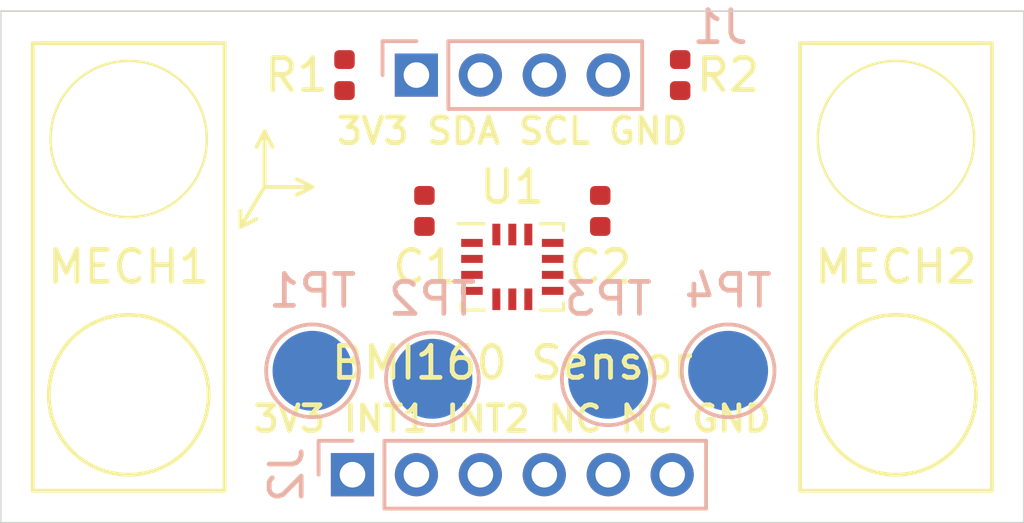
<source format=kicad_pcb>
(kicad_pcb (version 20171130) (host pcbnew 5.1.5+dfsg1-2build2)

  (general
    (thickness 1.6)
    (drawings 18)
    (tracks 0)
    (zones 0)
    (modules 13)
    (nets 28)
  )

  (page A4)
  (layers
    (0 F.Cu signal)
    (31 B.Cu signal)
    (32 B.Adhes user)
    (33 F.Adhes user)
    (34 B.Paste user)
    (35 F.Paste user)
    (36 B.SilkS user)
    (37 F.SilkS user)
    (38 B.Mask user)
    (39 F.Mask user)
    (40 Dwgs.User user)
    (41 Cmts.User user)
    (42 Eco1.User user)
    (43 Eco2.User user)
    (44 Edge.Cuts user)
    (45 Margin user)
    (46 B.CrtYd user)
    (47 F.CrtYd user)
    (48 B.Fab user hide)
    (49 F.Fab user hide)
  )

  (setup
    (last_trace_width 0.25)
    (trace_clearance 0.2)
    (zone_clearance 0.508)
    (zone_45_only no)
    (trace_min 0.2)
    (via_size 0.8)
    (via_drill 0.4)
    (via_min_size 0.4)
    (via_min_drill 0.3)
    (uvia_size 0.3)
    (uvia_drill 0.1)
    (uvias_allowed no)
    (uvia_min_size 0.2)
    (uvia_min_drill 0.1)
    (edge_width 0.05)
    (segment_width 0.2)
    (pcb_text_width 0.3)
    (pcb_text_size 1.5 1.5)
    (mod_edge_width 0.12)
    (mod_text_size 1 1)
    (mod_text_width 0.15)
    (pad_size 1.524 1.524)
    (pad_drill 0.762)
    (pad_to_mask_clearance 0.051)
    (solder_mask_min_width 0.25)
    (aux_axis_origin 0 0)
    (visible_elements FFFFFF7F)
    (pcbplotparams
      (layerselection 0x010fc_ffffffff)
      (usegerberextensions false)
      (usegerberattributes false)
      (usegerberadvancedattributes false)
      (creategerberjobfile false)
      (excludeedgelayer true)
      (linewidth 0.100000)
      (plotframeref false)
      (viasonmask false)
      (mode 1)
      (useauxorigin false)
      (hpglpennumber 1)
      (hpglpenspeed 20)
      (hpglpendiameter 15.000000)
      (psnegative false)
      (psa4output false)
      (plotreference true)
      (plotvalue true)
      (plotinvisibletext false)
      (padsonsilk false)
      (subtractmaskfromsilk false)
      (outputformat 1)
      (mirror false)
      (drillshape 1)
      (scaleselection 1)
      (outputdirectory ""))
  )

  (net 0 "")
  (net 1 GND)
  (net 2 SCL)
  (net 3 SDA)
  (net 4 +3V3)
  (net 5 "Net-(U1-Pad11)")
  (net 6 "Net-(U1-Pad10)")
  (net 7 "Net-(U1-Pad9)")
  (net 8 "Net-(U1-Pad8)")
  (net 9 "Net-(U1-Pad4)")
  (net 10 "Net-(U1-Pad3)")
  (net 11 "Net-(U1-Pad2)")
  (net 12 "Net-(U1-Pad1)")
  (net 13 "Net-(U1-Pad7)")
  (net 14 "Net-(U1-Pad6)")
  (net 15 "Net-(U1-Pad5)")
  (net 16 "Net-(U1-Pad12)")
  (net 17 "Net-(U1-Pad14)")
  (net 18 "Net-(U1-Pad13)")
  (net 19 "Net-(C1-Pad2)")
  (net 20 "Net-(C1-Pad1)")
  (net 21 "Net-(C2-Pad2)")
  (net 22 "Net-(C2-Pad1)")
  (net 23 "Net-(R1-Pad1)")
  (net 24 "Net-(J2-Pad5)")
  (net 25 "Net-(J2-Pad4)")
  (net 26 INT2)
  (net 27 INT1)

  (net_class Default "This is the default net class."
    (clearance 0.2)
    (trace_width 0.25)
    (via_dia 0.8)
    (via_drill 0.4)
    (uvia_dia 0.3)
    (uvia_drill 0.1)
    (add_net +3V3)
    (add_net GND)
    (add_net INT1)
    (add_net INT2)
    (add_net "Net-(C1-Pad1)")
    (add_net "Net-(C1-Pad2)")
    (add_net "Net-(C2-Pad1)")
    (add_net "Net-(C2-Pad2)")
    (add_net "Net-(J2-Pad4)")
    (add_net "Net-(J2-Pad5)")
    (add_net "Net-(R1-Pad1)")
    (add_net "Net-(U1-Pad1)")
    (add_net "Net-(U1-Pad10)")
    (add_net "Net-(U1-Pad11)")
    (add_net "Net-(U1-Pad12)")
    (add_net "Net-(U1-Pad13)")
    (add_net "Net-(U1-Pad14)")
    (add_net "Net-(U1-Pad2)")
    (add_net "Net-(U1-Pad3)")
    (add_net "Net-(U1-Pad4)")
    (add_net "Net-(U1-Pad5)")
    (add_net "Net-(U1-Pad6)")
    (add_net "Net-(U1-Pad7)")
    (add_net "Net-(U1-Pad8)")
    (add_net "Net-(U1-Pad9)")
    (add_net SCL)
    (add_net SDA)
  )

  (module Connector_PinHeader_2.00mm:PinHeader_1x06_P2.00mm_Vertical (layer B.Cu) (tedit 59FED667) (tstamp 5F8208F8)
    (at 127 112.5 270)
    (descr "Through hole straight pin header, 1x06, 2.00mm pitch, single row")
    (tags "Through hole pin header THT 1x06 2.00mm single row")
    (path /5F82BB77)
    (fp_text reference J2 (at 0 2.06 270) (layer B.SilkS)
      (effects (font (size 1 1) (thickness 0.15)) (justify mirror))
    )
    (fp_text value Conn_01x06_Male (at 0 -12.06 270) (layer B.Fab)
      (effects (font (size 1 1) (thickness 0.15)) (justify mirror))
    )
    (fp_text user %R (at 0 -5) (layer B.Fab)
      (effects (font (size 1 1) (thickness 0.15)) (justify mirror))
    )
    (fp_line (start 1.5 1.5) (end -1.5 1.5) (layer B.CrtYd) (width 0.05))
    (fp_line (start 1.5 -11.5) (end 1.5 1.5) (layer B.CrtYd) (width 0.05))
    (fp_line (start -1.5 -11.5) (end 1.5 -11.5) (layer B.CrtYd) (width 0.05))
    (fp_line (start -1.5 1.5) (end -1.5 -11.5) (layer B.CrtYd) (width 0.05))
    (fp_line (start -1.06 1.06) (end 0 1.06) (layer B.SilkS) (width 0.12))
    (fp_line (start -1.06 0) (end -1.06 1.06) (layer B.SilkS) (width 0.12))
    (fp_line (start -1.06 -1) (end 1.06 -1) (layer B.SilkS) (width 0.12))
    (fp_line (start 1.06 -1) (end 1.06 -11.06) (layer B.SilkS) (width 0.12))
    (fp_line (start -1.06 -1) (end -1.06 -11.06) (layer B.SilkS) (width 0.12))
    (fp_line (start -1.06 -11.06) (end 1.06 -11.06) (layer B.SilkS) (width 0.12))
    (fp_line (start -1 0.5) (end -0.5 1) (layer B.Fab) (width 0.1))
    (fp_line (start -1 -11) (end -1 0.5) (layer B.Fab) (width 0.1))
    (fp_line (start 1 -11) (end -1 -11) (layer B.Fab) (width 0.1))
    (fp_line (start 1 1) (end 1 -11) (layer B.Fab) (width 0.1))
    (fp_line (start -0.5 1) (end 1 1) (layer B.Fab) (width 0.1))
    (pad 6 thru_hole oval (at 0 -10 270) (size 1.35 1.35) (drill 0.8) (layers *.Cu *.Mask)
      (net 1 GND))
    (pad 5 thru_hole oval (at 0 -8 270) (size 1.35 1.35) (drill 0.8) (layers *.Cu *.Mask)
      (net 24 "Net-(J2-Pad5)"))
    (pad 4 thru_hole oval (at 0 -6 270) (size 1.35 1.35) (drill 0.8) (layers *.Cu *.Mask)
      (net 25 "Net-(J2-Pad4)"))
    (pad 3 thru_hole oval (at 0 -4 270) (size 1.35 1.35) (drill 0.8) (layers *.Cu *.Mask)
      (net 26 INT2))
    (pad 2 thru_hole oval (at 0 -2 270) (size 1.35 1.35) (drill 0.8) (layers *.Cu *.Mask)
      (net 27 INT1))
    (pad 1 thru_hole rect (at 0 0 270) (size 1.35 1.35) (drill 0.8) (layers *.Cu *.Mask)
      (net 4 +3V3))
    (model ${KISYS3DMOD}/Connector_PinHeader_2.00mm.3dshapes/PinHeader_1x06_P2.00mm_Vertical.wrl
      (at (xyz 0 0 0))
      (scale (xyz 1 1 1))
      (rotate (xyz 0 0 0))
    )
  )

  (module Connector_PinHeader_2.00mm:PinHeader_1x04_P2.00mm_Vertical (layer B.Cu) (tedit 59FED667) (tstamp 5F81F5F1)
    (at 129 100 270)
    (descr "Through hole straight pin header, 1x04, 2.00mm pitch, single row")
    (tags "Through hole pin header THT 1x04 2.00mm single row")
    (path /5F81AB6D)
    (fp_text reference J1 (at -1.5 -9.5 180) (layer B.SilkS)
      (effects (font (size 1 1) (thickness 0.15)) (justify mirror))
    )
    (fp_text value Conn_01x04_Male (at 0 -8.06 270) (layer B.Fab)
      (effects (font (size 1 1) (thickness 0.15)) (justify mirror))
    )
    (fp_text user %R (at 0 -3) (layer B.Fab)
      (effects (font (size 1 1) (thickness 0.15)) (justify mirror))
    )
    (fp_line (start 1.5 1.5) (end -1.5 1.5) (layer B.CrtYd) (width 0.05))
    (fp_line (start 1.5 -7.5) (end 1.5 1.5) (layer B.CrtYd) (width 0.05))
    (fp_line (start -1.5 -7.5) (end 1.5 -7.5) (layer B.CrtYd) (width 0.05))
    (fp_line (start -1.5 1.5) (end -1.5 -7.5) (layer B.CrtYd) (width 0.05))
    (fp_line (start -1.06 1.06) (end 0 1.06) (layer B.SilkS) (width 0.12))
    (fp_line (start -1.06 0) (end -1.06 1.06) (layer B.SilkS) (width 0.12))
    (fp_line (start -1.06 -1) (end 1.06 -1) (layer B.SilkS) (width 0.12))
    (fp_line (start 1.06 -1) (end 1.06 -7.06) (layer B.SilkS) (width 0.12))
    (fp_line (start -1.06 -1) (end -1.06 -7.06) (layer B.SilkS) (width 0.12))
    (fp_line (start -1.06 -7.06) (end 1.06 -7.06) (layer B.SilkS) (width 0.12))
    (fp_line (start -1 0.5) (end -0.5 1) (layer B.Fab) (width 0.1))
    (fp_line (start -1 -7) (end -1 0.5) (layer B.Fab) (width 0.1))
    (fp_line (start 1 -7) (end -1 -7) (layer B.Fab) (width 0.1))
    (fp_line (start 1 1) (end 1 -7) (layer B.Fab) (width 0.1))
    (fp_line (start -0.5 1) (end 1 1) (layer B.Fab) (width 0.1))
    (pad 4 thru_hole oval (at 0 -6 270) (size 1.35 1.35) (drill 0.8) (layers *.Cu *.Mask)
      (net 1 GND))
    (pad 3 thru_hole oval (at 0 -4 270) (size 1.35 1.35) (drill 0.8) (layers *.Cu *.Mask)
      (net 2 SCL))
    (pad 2 thru_hole oval (at 0 -2 270) (size 1.35 1.35) (drill 0.8) (layers *.Cu *.Mask)
      (net 3 SDA))
    (pad 1 thru_hole rect (at 0 0 270) (size 1.35 1.35) (drill 0.8) (layers *.Cu *.Mask)
      (net 4 +3V3))
    (model ${KISYS3DMOD}/Connector_PinHeader_2.00mm.3dshapes/PinHeader_1x04_P2.00mm_Vertical.wrl
      (at (xyz 0 0 0))
      (scale (xyz 1 1 1))
      (rotate (xyz 0 0 0))
    )
  )

  (module Capacitor_SMD:C_0402_1005Metric (layer F.Cu) (tedit 5B301BBE) (tstamp 5F81FEB3)
    (at 134.75 104.25 90)
    (descr "Capacitor SMD 0402 (1005 Metric), square (rectangular) end terminal, IPC_7351 nominal, (Body size source: http://www.tortai-tech.com/upload/download/2011102023233369053.pdf), generated with kicad-footprint-generator")
    (tags capacitor)
    (path /5F826678)
    (attr smd)
    (fp_text reference C2 (at -1.75 0 180) (layer F.SilkS)
      (effects (font (size 1 1) (thickness 0.15)))
    )
    (fp_text value C_Small (at 0 1.17 90) (layer F.Fab)
      (effects (font (size 1 1) (thickness 0.15)))
    )
    (fp_text user %R (at 0 0 90) (layer F.Fab)
      (effects (font (size 0.25 0.25) (thickness 0.04)))
    )
    (fp_line (start 0.93 0.47) (end -0.93 0.47) (layer F.CrtYd) (width 0.05))
    (fp_line (start 0.93 -0.47) (end 0.93 0.47) (layer F.CrtYd) (width 0.05))
    (fp_line (start -0.93 -0.47) (end 0.93 -0.47) (layer F.CrtYd) (width 0.05))
    (fp_line (start -0.93 0.47) (end -0.93 -0.47) (layer F.CrtYd) (width 0.05))
    (fp_line (start 0.5 0.25) (end -0.5 0.25) (layer F.Fab) (width 0.1))
    (fp_line (start 0.5 -0.25) (end 0.5 0.25) (layer F.Fab) (width 0.1))
    (fp_line (start -0.5 -0.25) (end 0.5 -0.25) (layer F.Fab) (width 0.1))
    (fp_line (start -0.5 0.25) (end -0.5 -0.25) (layer F.Fab) (width 0.1))
    (pad 2 smd roundrect (at 0.485 0 90) (size 0.59 0.64) (layers F.Cu F.Paste F.Mask) (roundrect_rratio 0.25)
      (net 21 "Net-(C2-Pad2)"))
    (pad 1 smd roundrect (at -0.485 0 90) (size 0.59 0.64) (layers F.Cu F.Paste F.Mask) (roundrect_rratio 0.25)
      (net 22 "Net-(C2-Pad1)"))
    (model ${KISYS3DMOD}/Capacitor_SMD.3dshapes/C_0402_1005Metric.wrl
      (at (xyz 0 0 0))
      (scale (xyz 1 1 1))
      (rotate (xyz 0 0 0))
    )
  )

  (module Capacitor_SMD:C_0402_1005Metric (layer F.Cu) (tedit 5B301BBE) (tstamp 5F81FEA4)
    (at 129.25 104.25 90)
    (descr "Capacitor SMD 0402 (1005 Metric), square (rectangular) end terminal, IPC_7351 nominal, (Body size source: http://www.tortai-tech.com/upload/download/2011102023233369053.pdf), generated with kicad-footprint-generator")
    (tags capacitor)
    (path /5F827408)
    (attr smd)
    (fp_text reference C1 (at -1.75 0 180) (layer F.SilkS)
      (effects (font (size 1 1) (thickness 0.15)))
    )
    (fp_text value C_Small (at 0 1.17 90) (layer F.Fab)
      (effects (font (size 1 1) (thickness 0.15)))
    )
    (fp_text user %R (at 0 0 90) (layer F.Fab)
      (effects (font (size 0.25 0.25) (thickness 0.04)))
    )
    (fp_line (start 0.93 0.47) (end -0.93 0.47) (layer F.CrtYd) (width 0.05))
    (fp_line (start 0.93 -0.47) (end 0.93 0.47) (layer F.CrtYd) (width 0.05))
    (fp_line (start -0.93 -0.47) (end 0.93 -0.47) (layer F.CrtYd) (width 0.05))
    (fp_line (start -0.93 0.47) (end -0.93 -0.47) (layer F.CrtYd) (width 0.05))
    (fp_line (start 0.5 0.25) (end -0.5 0.25) (layer F.Fab) (width 0.1))
    (fp_line (start 0.5 -0.25) (end 0.5 0.25) (layer F.Fab) (width 0.1))
    (fp_line (start -0.5 -0.25) (end 0.5 -0.25) (layer F.Fab) (width 0.1))
    (fp_line (start -0.5 0.25) (end -0.5 -0.25) (layer F.Fab) (width 0.1))
    (pad 2 smd roundrect (at 0.485 0 90) (size 0.59 0.64) (layers F.Cu F.Paste F.Mask) (roundrect_rratio 0.25)
      (net 19 "Net-(C1-Pad2)"))
    (pad 1 smd roundrect (at -0.485 0 90) (size 0.59 0.64) (layers F.Cu F.Paste F.Mask) (roundrect_rratio 0.25)
      (net 20 "Net-(C1-Pad1)"))
    (model ${KISYS3DMOD}/Capacitor_SMD.3dshapes/C_0402_1005Metric.wrl
      (at (xyz 0 0 0))
      (scale (xyz 1 1 1))
      (rotate (xyz 0 0 0))
    )
  )

  (module Package_LGA:Bosch_LGA-14_3x2.5mm_P0.5mm (layer F.Cu) (tedit 5A02F217) (tstamp 5F81FAF9)
    (at 132 106)
    (descr "LGA-14 Bosch https://ae-bst.resource.bosch.com/media/_tech/media/datasheets/BST-BMI160-DS000-07.pdf")
    (tags "lga land grid array")
    (path /5F825973)
    (attr smd)
    (fp_text reference U1 (at 0 -2.5 180) (layer F.SilkS)
      (effects (font (size 1 1) (thickness 0.15)))
    )
    (fp_text value BMI160 (at 0 2.5) (layer F.Fab)
      (effects (font (size 1 1) (thickness 0.15)))
    )
    (fp_line (start -1.85 1.6) (end -1.85 -1.6) (layer F.CrtYd) (width 0.05))
    (fp_line (start 1.85 1.6) (end -1.85 1.6) (layer F.CrtYd) (width 0.05))
    (fp_line (start 1.85 -1.6) (end 1.85 1.6) (layer F.CrtYd) (width 0.05))
    (fp_line (start -1.85 -1.6) (end 1.85 -1.6) (layer F.CrtYd) (width 0.05))
    (fp_line (start -1.5 1.25) (end -1.5 -0.5) (layer F.Fab) (width 0.1))
    (fp_line (start 1.5 1.25) (end -1.5 1.25) (layer F.Fab) (width 0.1))
    (fp_line (start 1.5 -1.25) (end 1.5 1.25) (layer F.Fab) (width 0.1))
    (fp_line (start -0.75 -1.25) (end 1.5 -1.25) (layer F.Fab) (width 0.1))
    (fp_line (start -0.75 -1.25) (end -1.5 -0.5) (layer F.Fab) (width 0.1))
    (fp_text user %R (at 0 0) (layer F.Fab)
      (effects (font (size 0.5 0.5) (thickness 0.075)))
    )
    (fp_line (start 1.6 -1.35) (end 1.6 -1.13) (layer F.SilkS) (width 0.1))
    (fp_line (start 0.88 -1.35) (end 1.6 -1.35) (layer F.SilkS) (width 0.1))
    (fp_line (start 1.6 1.35) (end 0.88 1.35) (layer F.SilkS) (width 0.1))
    (fp_line (start 1.6 1.13) (end 1.6 1.35) (layer F.SilkS) (width 0.1))
    (fp_line (start -1.6 1.35) (end -1.6 1.13) (layer F.SilkS) (width 0.1))
    (fp_line (start -1.6 1.35) (end -0.88 1.35) (layer F.SilkS) (width 0.1))
    (fp_line (start -1.7 -1.35) (end -0.88 -1.35) (layer F.SilkS) (width 0.1))
    (pad 11 smd rect (at 1.2625 -0.75) (size 0.675 0.25) (layers F.Cu F.Paste F.Mask)
      (net 5 "Net-(U1-Pad11)"))
    (pad 10 smd rect (at 1.2625 -0.25) (size 0.675 0.25) (layers F.Cu F.Paste F.Mask)
      (net 6 "Net-(U1-Pad10)"))
    (pad 9 smd rect (at 1.2625 0.25) (size 0.675 0.25) (layers F.Cu F.Paste F.Mask)
      (net 7 "Net-(U1-Pad9)"))
    (pad 8 smd rect (at 1.2625 0.75) (size 0.675 0.25) (layers F.Cu F.Paste F.Mask)
      (net 8 "Net-(U1-Pad8)"))
    (pad 4 smd rect (at -1.2625 0.75) (size 0.675 0.25) (layers F.Cu F.Paste F.Mask)
      (net 9 "Net-(U1-Pad4)"))
    (pad 3 smd rect (at -1.2625 0.25) (size 0.675 0.25) (layers F.Cu F.Paste F.Mask)
      (net 10 "Net-(U1-Pad3)"))
    (pad 2 smd rect (at -1.2625 -0.25) (size 0.675 0.25) (layers F.Cu F.Paste F.Mask)
      (net 11 "Net-(U1-Pad2)"))
    (pad 1 smd rect (at -1.2625 -0.75) (size 0.675 0.25) (layers F.Cu F.Paste F.Mask)
      (net 12 "Net-(U1-Pad1)"))
    (pad 7 smd rect (at 0.5 1.0125) (size 0.25 0.675) (layers F.Cu F.Paste F.Mask)
      (net 13 "Net-(U1-Pad7)"))
    (pad 6 smd rect (at 0 1.0125) (size 0.25 0.675) (layers F.Cu F.Paste F.Mask)
      (net 14 "Net-(U1-Pad6)"))
    (pad 5 smd rect (at -0.5 1.0125) (size 0.25 0.675) (layers F.Cu F.Paste F.Mask)
      (net 15 "Net-(U1-Pad5)"))
    (pad 12 smd rect (at 0.5 -1.0125) (size 0.25 0.675) (layers F.Cu F.Paste F.Mask)
      (net 16 "Net-(U1-Pad12)"))
    (pad 14 smd rect (at -0.5 -1.0125) (size 0.25 0.675) (layers F.Cu F.Paste F.Mask)
      (net 17 "Net-(U1-Pad14)"))
    (pad 13 smd rect (at 0 -1.0125) (size 0.25 0.675) (layers F.Cu F.Paste F.Mask)
      (net 18 "Net-(U1-Pad13)"))
    (model ${KISYS3DMOD}/Package_LGA.3dshapes/Bosch_LGA-14_3x2.5mm_P0.5mm.wrl
      (at (xyz 0 0 0))
      (scale (xyz 1 1 1))
      (rotate (xyz 0 0 0))
    )
  )

  (module TestPoint:TestPoint_Pad_D2.5mm (layer B.Cu) (tedit 5A0F774F) (tstamp 5F82021A)
    (at 138.75 109.25)
    (descr "SMD pad as test Point, diameter 2.5mm")
    (tags "test point SMD pad")
    (path /5F821880)
    (attr virtual)
    (fp_text reference TP4 (at 0 -2.5) (layer B.SilkS)
      (effects (font (size 1 1) (thickness 0.15)) (justify mirror))
    )
    (fp_text value TestPoint (at 0 -2.25) (layer B.Fab)
      (effects (font (size 1 1) (thickness 0.15)) (justify mirror))
    )
    (fp_circle (center 0 0) (end 0 -1.45) (layer B.SilkS) (width 0.12))
    (fp_circle (center 0 0) (end 1.75 0) (layer B.CrtYd) (width 0.05))
    (fp_text user %R (at 0 2.15) (layer B.Fab)
      (effects (font (size 1 1) (thickness 0.15)) (justify mirror))
    )
    (pad 1 smd circle (at 0 0) (size 2.5 2.5) (layers B.Cu B.Mask)
      (net 1 GND))
  )

  (module TestPoint:TestPoint_Pad_D2.5mm (layer B.Cu) (tedit 5A0F774F) (tstamp 5F81F63F)
    (at 135 109.5)
    (descr "SMD pad as test Point, diameter 2.5mm")
    (tags "test point SMD pad")
    (path /5F82164F)
    (attr virtual)
    (fp_text reference TP3 (at 0 -2.5) (layer B.SilkS)
      (effects (font (size 1 1) (thickness 0.15)) (justify mirror))
    )
    (fp_text value TestPoint (at 0 -2.25) (layer B.Fab)
      (effects (font (size 1 1) (thickness 0.15)) (justify mirror))
    )
    (fp_circle (center 0 0) (end 0 -1.45) (layer B.SilkS) (width 0.12))
    (fp_circle (center 0 0) (end 1.75 0) (layer B.CrtYd) (width 0.05))
    (fp_text user %R (at 0 2.15) (layer B.Fab)
      (effects (font (size 1 1) (thickness 0.15)) (justify mirror))
    )
    (pad 1 smd circle (at 0 0) (size 2.5 2.5) (layers B.Cu B.Mask)
      (net 2 SCL))
  )

  (module TestPoint:TestPoint_Pad_D2.5mm (layer B.Cu) (tedit 5A0F774F) (tstamp 5F81F637)
    (at 129.5 109.5)
    (descr "SMD pad as test Point, diameter 2.5mm")
    (tags "test point SMD pad")
    (path /5F82143B)
    (attr virtual)
    (fp_text reference TP2 (at 0 -2.5) (layer B.SilkS)
      (effects (font (size 1 1) (thickness 0.15)) (justify mirror))
    )
    (fp_text value TestPoint (at 0 -2.25) (layer B.Fab)
      (effects (font (size 1 1) (thickness 0.15)) (justify mirror))
    )
    (fp_circle (center 0 0) (end 0 -1.45) (layer B.SilkS) (width 0.12))
    (fp_circle (center 0 0) (end 1.75 0) (layer B.CrtYd) (width 0.05))
    (fp_text user %R (at 0 2.15) (layer B.Fab)
      (effects (font (size 1 1) (thickness 0.15)) (justify mirror))
    )
    (pad 1 smd circle (at 0 0) (size 2.5 2.5) (layers B.Cu B.Mask)
      (net 3 SDA))
  )

  (module TestPoint:TestPoint_Pad_D2.5mm (layer B.Cu) (tedit 5A0F774F) (tstamp 5F820E49)
    (at 125.75 109.25)
    (descr "SMD pad as test Point, diameter 2.5mm")
    (tags "test point SMD pad")
    (path /5F820FDE)
    (attr virtual)
    (fp_text reference TP1 (at 0 -2.5) (layer B.SilkS)
      (effects (font (size 1 1) (thickness 0.15)) (justify mirror))
    )
    (fp_text value TestPoint (at 0 -2.25) (layer B.Fab)
      (effects (font (size 1 1) (thickness 0.15)) (justify mirror))
    )
    (fp_circle (center 0 0) (end 0 -1.45) (layer B.SilkS) (width 0.12))
    (fp_circle (center 0 0) (end 1.75 0) (layer B.CrtYd) (width 0.05))
    (fp_text user %R (at 0 2.15) (layer B.Fab)
      (effects (font (size 1 1) (thickness 0.15)) (justify mirror))
    )
    (pad 1 smd circle (at 0 0) (size 2.5 2.5) (layers B.Cu B.Mask)
      (net 4 +3V3))
  )

  (module Resistor_SMD:R_0402_1005Metric (layer F.Cu) (tedit 5B301BBD) (tstamp 5F81F627)
    (at 137.25 100 90)
    (descr "Resistor SMD 0402 (1005 Metric), square (rectangular) end terminal, IPC_7351 nominal, (Body size source: http://www.tortai-tech.com/upload/download/2011102023233369053.pdf), generated with kicad-footprint-generator")
    (tags resistor)
    (path /5F81E871)
    (attr smd)
    (fp_text reference R2 (at 0 1.5) (layer F.SilkS)
      (effects (font (size 1 1) (thickness 0.15)))
    )
    (fp_text value 10kR (at 0 1.17 90) (layer F.Fab)
      (effects (font (size 1 1) (thickness 0.15)))
    )
    (fp_text user %R (at -0.5 0.25 90) (layer F.Fab)
      (effects (font (size 0.25 0.25) (thickness 0.04)))
    )
    (fp_line (start 0.93 0.47) (end -0.93 0.47) (layer F.CrtYd) (width 0.05))
    (fp_line (start 0.93 -0.47) (end 0.93 0.47) (layer F.CrtYd) (width 0.05))
    (fp_line (start -0.93 -0.47) (end 0.93 -0.47) (layer F.CrtYd) (width 0.05))
    (fp_line (start -0.93 0.47) (end -0.93 -0.47) (layer F.CrtYd) (width 0.05))
    (fp_line (start 0.5 0.25) (end -0.5 0.25) (layer F.Fab) (width 0.1))
    (fp_line (start 0.5 -0.25) (end 0.5 0.25) (layer F.Fab) (width 0.1))
    (fp_line (start -0.5 -0.25) (end 0.5 -0.25) (layer F.Fab) (width 0.1))
    (fp_line (start -0.5 0.25) (end -0.5 -0.25) (layer F.Fab) (width 0.1))
    (pad 2 smd roundrect (at 0.485 0 90) (size 0.59 0.64) (layers F.Cu F.Paste F.Mask) (roundrect_rratio 0.25)
      (net 2 SCL))
    (pad 1 smd roundrect (at -0.485 0 90) (size 0.59 0.64) (layers F.Cu F.Paste F.Mask) (roundrect_rratio 0.25)
      (net 23 "Net-(R1-Pad1)"))
    (model ${KISYS3DMOD}/Resistor_SMD.3dshapes/R_0402_1005Metric.wrl
      (at (xyz 0 0 0))
      (scale (xyz 1 1 1))
      (rotate (xyz 0 0 0))
    )
  )

  (module Resistor_SMD:R_0402_1005Metric (layer F.Cu) (tedit 5B301BBD) (tstamp 5F81F618)
    (at 126.75 100 90)
    (descr "Resistor SMD 0402 (1005 Metric), square (rectangular) end terminal, IPC_7351 nominal, (Body size source: http://www.tortai-tech.com/upload/download/2011102023233369053.pdf), generated with kicad-footprint-generator")
    (tags resistor)
    (path /5F81DB96)
    (attr smd)
    (fp_text reference R1 (at 0 -1.5 180) (layer F.SilkS)
      (effects (font (size 1 1) (thickness 0.15)))
    )
    (fp_text value 10kR (at 0 1.17 90) (layer F.Fab)
      (effects (font (size 1 1) (thickness 0.15)))
    )
    (fp_text user %R (at 0 0 90) (layer F.Fab)
      (effects (font (size 0.25 0.25) (thickness 0.04)))
    )
    (fp_line (start 0.93 0.47) (end -0.93 0.47) (layer F.CrtYd) (width 0.05))
    (fp_line (start 0.93 -0.47) (end 0.93 0.47) (layer F.CrtYd) (width 0.05))
    (fp_line (start -0.93 -0.47) (end 0.93 -0.47) (layer F.CrtYd) (width 0.05))
    (fp_line (start -0.93 0.47) (end -0.93 -0.47) (layer F.CrtYd) (width 0.05))
    (fp_line (start 0.5 0.25) (end -0.5 0.25) (layer F.Fab) (width 0.1))
    (fp_line (start 0.5 -0.25) (end 0.5 0.25) (layer F.Fab) (width 0.1))
    (fp_line (start -0.5 -0.25) (end 0.5 -0.25) (layer F.Fab) (width 0.1))
    (fp_line (start -0.5 0.25) (end -0.5 -0.25) (layer F.Fab) (width 0.1))
    (pad 2 smd roundrect (at 0.485 0 90) (size 0.59 0.64) (layers F.Cu F.Paste F.Mask) (roundrect_rratio 0.25)
      (net 3 SDA))
    (pad 1 smd roundrect (at -0.485 0 90) (size 0.59 0.64) (layers F.Cu F.Paste F.Mask) (roundrect_rratio 0.25)
      (net 23 "Net-(R1-Pad1)"))
    (model ${KISYS3DMOD}/Resistor_SMD.3dshapes/R_0402_1005Metric.wrl
      (at (xyz 0 0 0))
      (scale (xyz 1 1 1))
      (rotate (xyz 0 0 0))
    )
  )

  (module LEGO:lego_1x2 (layer F.Cu) (tedit 5F8190AF) (tstamp 5F81F609)
    (at 144 110)
    (path /5F81A4DB)
    (fp_text reference MECH2 (at 0 -4) (layer F.SilkS)
      (effects (font (size 1 1) (thickness 0.15)))
    )
    (fp_text value lego_1x2 (at 0 4 180) (layer F.Fab)
      (effects (font (size 1 1) (thickness 0.15)))
    )
    (fp_line (start -3 3) (end -3 -11) (layer F.SilkS) (width 0.12))
    (fp_line (start 3 3) (end -3 3) (layer F.SilkS) (width 0.12))
    (fp_line (start 3 -11) (end 3 3) (layer F.SilkS) (width 0.12))
    (fp_line (start -3 -11) (end 3 -11) (layer F.SilkS) (width 0.12))
    (fp_circle (center 0 -8) (end 2.425 -8) (layer F.SilkS) (width 0.12))
    (fp_circle (center 0 0) (end 2.5 0) (layer F.SilkS) (width 0.12))
    (pad "" np_thru_hole circle (at 0 -8) (size 4.81 4.81) (drill 4.81) (layers *.Cu *.Mask))
    (pad "" np_thru_hole circle (at 0 0) (size 4.81 4.81) (drill 4.81) (layers *.Cu *.Mask))
    (model /home/minatel/Documents/pessoal/kicad/lego/3D/lego_1x2.step
      (offset (xyz -3.9 11.9 -11.4))
      (scale (xyz 1 1 1))
      (rotate (xyz 0 0 90))
    )
  )

  (module LEGO:lego_1x2 (layer F.Cu) (tedit 5F8190AF) (tstamp 5F81F5FD)
    (at 120 110)
    (path /5F8199B5)
    (fp_text reference MECH1 (at 0 -4) (layer F.SilkS)
      (effects (font (size 1 1) (thickness 0.15)))
    )
    (fp_text value lego_1x2 (at 0 4 180) (layer F.Fab)
      (effects (font (size 1 1) (thickness 0.15)))
    )
    (fp_line (start -3 3) (end -3 -11) (layer F.SilkS) (width 0.12))
    (fp_line (start 3 3) (end -3 3) (layer F.SilkS) (width 0.12))
    (fp_line (start 3 -11) (end 3 3) (layer F.SilkS) (width 0.12))
    (fp_line (start -3 -11) (end 3 -11) (layer F.SilkS) (width 0.12))
    (fp_circle (center 0 -8) (end 2.425 -8) (layer F.SilkS) (width 0.12))
    (fp_circle (center 0 0) (end 2.5 0) (layer F.SilkS) (width 0.12))
    (pad "" np_thru_hole circle (at 0 -8) (size 4.81 4.81) (drill 4.81) (layers *.Cu *.Mask))
    (pad "" np_thru_hole circle (at 0 0) (size 4.81 4.81) (drill 4.81) (layers *.Cu *.Mask))
    (model /home/minatel/Documents/pessoal/kicad/lego/3D/lego_1x2.step
      (offset (xyz -3.9 11.9 -11.4))
      (scale (xyz 1 1 1))
      (rotate (xyz 0 0 90))
    )
  )

  (gr_line (start 123.5 104.75) (end 124 104.5) (layer F.SilkS) (width 0.12))
  (gr_line (start 123.5 104.25) (end 123.5 104.75) (layer F.SilkS) (width 0.12) (tstamp 5F821446))
  (gr_line (start 123.5 104.75) (end 123.5 104.25) (layer F.SilkS) (width 0.12))
  (gr_line (start 124.25 103.5) (end 123.5 104.75) (layer F.SilkS) (width 0.12))
  (gr_line (start 125.75 103.5) (end 125.25 103.75) (layer F.SilkS) (width 0.12))
  (gr_line (start 125.25 103.25) (end 125.75 103.5) (layer F.SilkS) (width 0.12) (tstamp 5F821445))
  (gr_line (start 125.75 103.5) (end 125.25 103.25) (layer F.SilkS) (width 0.12))
  (gr_line (start 124.25 103.5) (end 125.75 103.5) (layer F.SilkS) (width 0.12))
  (gr_line (start 124.25 101.75) (end 124.25 103.5) (layer F.SilkS) (width 0.12))
  (gr_line (start 124.25 101.75) (end 124.5 102.25) (layer F.SilkS) (width 0.12))
  (gr_line (start 124 102.25) (end 124.25 101.75) (layer F.SilkS) (width 0.12))
  (gr_text "3V3 INT1 INT2 NC NC GND" (at 132 110.75) (layer F.SilkS)
    (effects (font (size 0.8 0.8) (thickness 0.15)))
  )
  (gr_text "BMI160 Sensor" (at 132 109) (layer F.SilkS)
    (effects (font (size 1 1) (thickness 0.15)))
  )
  (gr_text "3V3 SDA SCL GND" (at 132 101.75) (layer F.SilkS)
    (effects (font (size 0.8 0.8) (thickness 0.15)))
  )
  (gr_line (start 116 114) (end 116 98) (layer Edge.Cuts) (width 0.05) (tstamp 5F81F801))
  (gr_line (start 148 114) (end 116 114) (layer Edge.Cuts) (width 0.05))
  (gr_line (start 148 98) (end 148 114) (layer Edge.Cuts) (width 0.05))
  (gr_line (start 116 98) (end 148 98) (layer Edge.Cuts) (width 0.05))

)

</source>
